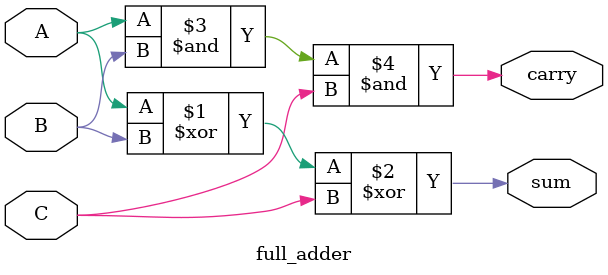
<source format=v>
`timescale 1ns / 1ps


module full_adder(
    input A,
    input B,
    input C,
    output sum,
    output carry
    );
    assign sum = A^B^C;
    assign carry = A&B&C;
endmodule

</source>
